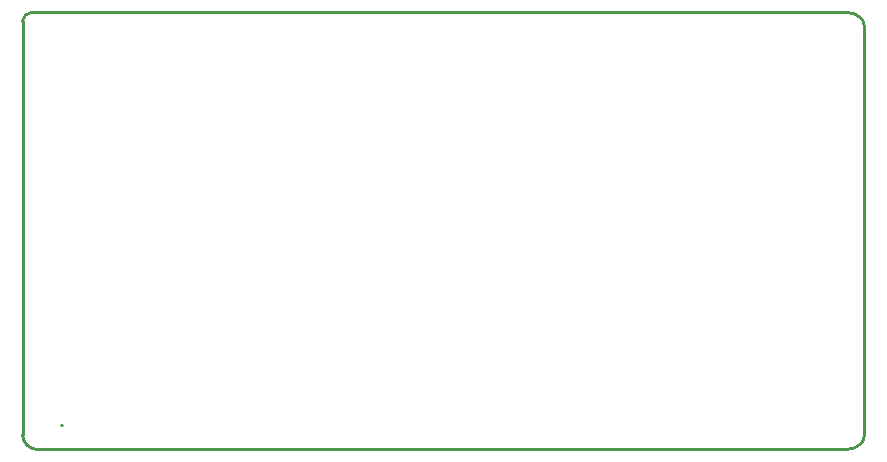
<source format=gbr>
%TF.GenerationSoftware,Altium Limited,Altium Designer,25.4.2 (15)*%
G04 Layer_Color=16711935*
%FSLAX45Y45*%
%MOMM*%
%TF.SameCoordinates,9A986A7D-484F-4AC0-AE4B-942BB78B8B2C*%
%TF.FilePolarity,Positive*%
%TF.FileFunction,Other,Mechanical_1*%
%TF.Part,Single*%
G01*
G75*
%TA.AperFunction,NonConductor*%
%ADD51C,0.25400*%
D51*
X6775000Y9075000D02*
G03*
X6700000Y9000000I0J-75000D01*
G01*
Y5500000D02*
G03*
X6825000Y5375000I125000J0D01*
G01*
X13800000Y9025000D02*
G03*
X13679289Y9075000I-120710J-120710D01*
G01*
X13825000Y8964645D02*
G03*
X13800000Y9025000I-85355J0D01*
G01*
Y5425000D02*
G03*
X13825000Y5485355I-60355J60355D01*
G01*
X13679289Y5375000D02*
G03*
X13800000Y5425000I0J170711D01*
G01*
X6700000Y8900000D02*
Y9000000D01*
X6775000Y9075000D02*
X6952000D01*
X6700000Y7939266D02*
Y8900000D01*
Y5500000D02*
Y5575000D01*
X6825000Y5375000D02*
X7025000D01*
X6700000Y5575000D02*
Y5710355D01*
X7025000Y5375000D02*
X7252000D01*
X7025000Y5583500D02*
X7037500D01*
X7025000D02*
X7037500D01*
X6700000Y5710355D02*
Y5870710D01*
X13550000Y9075000D02*
X13679289D01*
X13825000Y8893934D02*
Y8964645D01*
Y5485355D02*
Y8893934D01*
X7252000Y5375000D02*
X13679289D01*
X6700000Y5870710D02*
Y7939266D01*
X6952000Y9075000D02*
X13550000D01*
%TF.MD5,5c0c98e8bfaa4e183ccb5306c0734fa9*%
M02*

</source>
